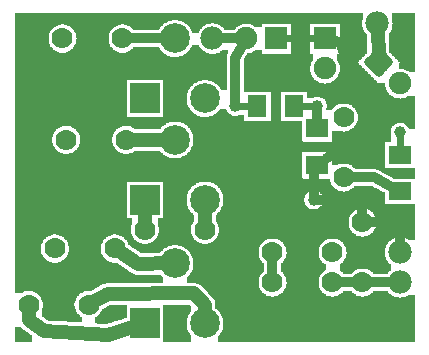
<source format=gbl>
G04 MADE WITH FRITZING*
G04 WWW.FRITZING.ORG*
G04 DOUBLE SIDED*
G04 HOLES PLATED*
G04 CONTOUR ON CENTER OF CONTOUR VECTOR*
%ASAXBY*%
%FSLAX23Y23*%
%MOIN*%
%OFA0B0*%
%SFA1.0B1.0*%
%ADD10C,0.075000*%
%ADD11C,0.078000*%
%ADD12C,0.070000*%
%ADD13C,0.099000*%
%ADD14C,0.039370*%
%ADD15R,0.075000X0.075000*%
%ADD16R,0.099000X0.099000*%
%ADD17R,0.074803X0.062992*%
%ADD18R,0.062992X0.074803*%
%ADD19C,0.048000*%
%ADD20C,0.032000*%
%ADD21C,0.024000*%
%ADD22C,0.020000*%
%LNCOPPER0*%
G90*
G70*
G54D10*
X874Y951D03*
G54D11*
X1323Y239D03*
X1323Y339D03*
G54D12*
X1198Y439D03*
X1198Y239D03*
X898Y239D03*
X1098Y239D03*
X1098Y339D03*
X898Y339D03*
G54D10*
X1073Y1052D03*
X1073Y952D03*
X911Y1052D03*
X811Y1052D03*
G54D13*
X673Y514D03*
X473Y514D03*
X573Y714D03*
X673Y102D03*
X473Y102D03*
X573Y302D03*
X673Y852D03*
X473Y852D03*
X573Y1052D03*
G54D12*
X198Y1052D03*
X398Y1052D03*
X1136Y589D03*
X1136Y789D03*
X211Y714D03*
X411Y714D03*
X173Y352D03*
X373Y352D03*
X473Y414D03*
X673Y414D03*
X86Y164D03*
X286Y164D03*
G54D10*
X1252Y972D03*
X1323Y902D03*
G54D11*
X1248Y1102D03*
G54D14*
X1048Y827D03*
X773Y827D03*
X1036Y514D03*
X1323Y739D03*
G54D11*
X698Y1052D03*
G54D15*
X1073Y1052D03*
X911Y1052D03*
G54D16*
X473Y514D03*
X473Y102D03*
X473Y852D03*
G54D17*
X1048Y630D03*
X1048Y752D03*
G54D18*
X970Y827D03*
X848Y827D03*
G54D17*
X1323Y542D03*
X1323Y664D03*
G54D19*
X349Y64D02*
X454Y96D01*
D02*
X86Y114D02*
X136Y77D01*
D02*
X136Y77D02*
X349Y64D01*
D02*
X86Y149D02*
X86Y114D01*
D02*
X349Y201D02*
X635Y202D01*
D02*
X673Y163D02*
X673Y122D01*
D02*
X635Y202D02*
X673Y163D01*
D02*
X299Y172D02*
X349Y201D01*
D02*
X473Y429D02*
X473Y494D01*
D02*
X673Y429D02*
X673Y494D01*
D02*
X449Y301D02*
X553Y302D01*
D02*
X386Y343D02*
X449Y301D01*
D02*
X426Y714D02*
X553Y714D01*
D02*
X1252Y990D02*
X1249Y1083D01*
G54D20*
D02*
X413Y1052D02*
X553Y1052D01*
G54D21*
D02*
X781Y827D02*
X822Y827D01*
D02*
X1040Y827D02*
X996Y827D01*
G54D20*
D02*
X1036Y602D02*
X1037Y604D01*
D02*
X1036Y522D02*
X1036Y602D01*
D02*
X1048Y819D02*
X1048Y778D01*
D02*
X898Y254D02*
X898Y324D01*
D02*
X1173Y515D02*
X1044Y514D01*
D02*
X1198Y489D02*
X1173Y515D01*
D02*
X1198Y454D02*
X1198Y489D01*
D02*
X1183Y239D02*
X1113Y239D01*
D02*
X1235Y590D02*
X1291Y559D01*
D02*
X1151Y589D02*
X1235Y590D01*
D02*
X773Y988D02*
X802Y1037D01*
D02*
X773Y835D02*
X773Y988D01*
G54D21*
D02*
X1323Y731D02*
X1323Y690D01*
G54D20*
D02*
X793Y1052D02*
X717Y1052D01*
G54D21*
D02*
X1056Y1052D02*
X928Y1052D01*
G54D20*
D02*
X1110Y677D02*
X1080Y654D01*
D02*
X1224Y727D02*
X1185Y677D01*
D02*
X1185Y677D02*
X1110Y677D01*
D02*
X1124Y1039D02*
X1223Y764D01*
D02*
X1223Y764D02*
X1224Y727D01*
D02*
X1090Y1048D02*
X1124Y1039D01*
D02*
X1273Y440D02*
X1213Y439D01*
D02*
X1324Y402D02*
X1273Y440D01*
D02*
X1323Y358D02*
X1324Y402D01*
D02*
X1213Y239D02*
X1304Y239D01*
G36*
X1296Y1137D02*
X1296Y1115D01*
X1298Y1115D01*
X1298Y1105D01*
X1300Y1105D01*
X1300Y1099D01*
X1298Y1099D01*
X1298Y1087D01*
X1296Y1087D01*
X1296Y1081D01*
X1294Y1081D01*
X1294Y1077D01*
X1292Y1077D01*
X1292Y1073D01*
X1290Y1073D01*
X1290Y1071D01*
X1288Y1071D01*
X1288Y1069D01*
X1286Y1069D01*
X1286Y1017D01*
X1288Y1017D01*
X1288Y1005D01*
X1290Y1005D01*
X1290Y1003D01*
X1292Y1003D01*
X1292Y1001D01*
X1294Y1001D01*
X1294Y999D01*
X1296Y999D01*
X1296Y997D01*
X1298Y997D01*
X1298Y995D01*
X1300Y995D01*
X1300Y993D01*
X1302Y993D01*
X1302Y991D01*
X1304Y991D01*
X1304Y989D01*
X1306Y989D01*
X1306Y987D01*
X1308Y987D01*
X1308Y985D01*
X1310Y985D01*
X1310Y983D01*
X1312Y983D01*
X1312Y981D01*
X1314Y981D01*
X1314Y979D01*
X1316Y979D01*
X1316Y977D01*
X1318Y977D01*
X1318Y975D01*
X1320Y975D01*
X1320Y973D01*
X1322Y973D01*
X1322Y971D01*
X1320Y971D01*
X1320Y951D01*
X1330Y951D01*
X1330Y949D01*
X1338Y949D01*
X1338Y947D01*
X1344Y947D01*
X1344Y945D01*
X1348Y945D01*
X1348Y943D01*
X1352Y943D01*
X1352Y941D01*
X1372Y941D01*
X1372Y1137D01*
X1296Y1137D01*
G37*
D02*
G36*
X40Y1137D02*
X40Y1113D01*
X582Y1113D01*
X582Y1111D01*
X592Y1111D01*
X592Y1109D01*
X596Y1109D01*
X596Y1107D01*
X602Y1107D01*
X602Y1105D01*
X604Y1105D01*
X604Y1103D01*
X702Y1103D01*
X702Y1101D01*
X1122Y1101D01*
X1122Y1001D01*
X1112Y1001D01*
X1112Y981D01*
X1114Y981D01*
X1114Y977D01*
X1116Y977D01*
X1116Y973D01*
X1118Y973D01*
X1118Y969D01*
X1120Y969D01*
X1120Y963D01*
X1122Y963D01*
X1122Y939D01*
X1120Y939D01*
X1120Y933D01*
X1118Y933D01*
X1118Y929D01*
X1116Y929D01*
X1116Y925D01*
X1114Y925D01*
X1114Y923D01*
X1112Y923D01*
X1112Y919D01*
X1110Y919D01*
X1110Y917D01*
X1108Y917D01*
X1108Y915D01*
X1106Y915D01*
X1106Y913D01*
X1102Y913D01*
X1102Y911D01*
X1100Y911D01*
X1100Y909D01*
X1096Y909D01*
X1096Y907D01*
X1094Y907D01*
X1094Y905D01*
X1086Y905D01*
X1086Y903D01*
X1250Y903D01*
X1250Y905D01*
X1248Y905D01*
X1248Y907D01*
X1246Y907D01*
X1246Y909D01*
X1244Y909D01*
X1244Y911D01*
X1242Y911D01*
X1242Y913D01*
X1240Y913D01*
X1240Y915D01*
X1238Y915D01*
X1238Y917D01*
X1236Y917D01*
X1236Y919D01*
X1234Y919D01*
X1234Y921D01*
X1232Y921D01*
X1232Y923D01*
X1230Y923D01*
X1230Y925D01*
X1228Y925D01*
X1228Y927D01*
X1226Y927D01*
X1226Y929D01*
X1224Y929D01*
X1224Y931D01*
X1222Y931D01*
X1222Y933D01*
X1220Y933D01*
X1220Y935D01*
X1218Y935D01*
X1218Y937D01*
X1216Y937D01*
X1216Y939D01*
X1214Y939D01*
X1214Y941D01*
X1212Y941D01*
X1212Y943D01*
X1210Y943D01*
X1210Y945D01*
X1208Y945D01*
X1208Y947D01*
X1206Y947D01*
X1206Y949D01*
X1204Y949D01*
X1204Y951D01*
X1202Y951D01*
X1202Y953D01*
X1200Y953D01*
X1200Y955D01*
X1198Y955D01*
X1198Y957D01*
X1196Y957D01*
X1196Y959D01*
X1194Y959D01*
X1194Y961D01*
X1192Y961D01*
X1192Y963D01*
X1190Y963D01*
X1190Y965D01*
X1188Y965D01*
X1188Y967D01*
X1186Y967D01*
X1186Y969D01*
X1184Y969D01*
X1184Y971D01*
X1182Y971D01*
X1182Y973D01*
X1184Y973D01*
X1184Y975D01*
X1186Y975D01*
X1186Y977D01*
X1188Y977D01*
X1188Y979D01*
X1190Y979D01*
X1190Y981D01*
X1192Y981D01*
X1192Y983D01*
X1194Y983D01*
X1194Y985D01*
X1196Y985D01*
X1196Y987D01*
X1198Y987D01*
X1198Y989D01*
X1200Y989D01*
X1200Y991D01*
X1202Y991D01*
X1202Y993D01*
X1204Y993D01*
X1204Y995D01*
X1206Y995D01*
X1206Y997D01*
X1208Y997D01*
X1208Y999D01*
X1210Y999D01*
X1210Y1001D01*
X1212Y1001D01*
X1212Y1003D01*
X1214Y1003D01*
X1214Y1065D01*
X1212Y1065D01*
X1212Y1067D01*
X1210Y1067D01*
X1210Y1069D01*
X1208Y1069D01*
X1208Y1071D01*
X1206Y1071D01*
X1206Y1075D01*
X1204Y1075D01*
X1204Y1079D01*
X1202Y1079D01*
X1202Y1081D01*
X1200Y1081D01*
X1200Y1089D01*
X1198Y1089D01*
X1198Y1115D01*
X1200Y1115D01*
X1200Y1137D01*
X40Y1137D01*
G37*
D02*
G36*
X40Y1113D02*
X40Y1099D01*
X402Y1099D01*
X402Y1097D01*
X412Y1097D01*
X412Y1095D01*
X418Y1095D01*
X418Y1093D01*
X422Y1093D01*
X422Y1091D01*
X424Y1091D01*
X424Y1089D01*
X428Y1089D01*
X428Y1087D01*
X430Y1087D01*
X430Y1085D01*
X432Y1085D01*
X432Y1083D01*
X434Y1083D01*
X434Y1081D01*
X436Y1081D01*
X436Y1079D01*
X518Y1079D01*
X518Y1081D01*
X520Y1081D01*
X520Y1083D01*
X522Y1083D01*
X522Y1087D01*
X524Y1087D01*
X524Y1089D01*
X526Y1089D01*
X526Y1091D01*
X528Y1091D01*
X528Y1093D01*
X530Y1093D01*
X530Y1095D01*
X532Y1095D01*
X532Y1097D01*
X534Y1097D01*
X534Y1099D01*
X536Y1099D01*
X536Y1101D01*
X538Y1101D01*
X538Y1103D01*
X542Y1103D01*
X542Y1105D01*
X546Y1105D01*
X546Y1107D01*
X550Y1107D01*
X550Y1109D01*
X556Y1109D01*
X556Y1111D01*
X564Y1111D01*
X564Y1113D01*
X40Y1113D01*
G37*
D02*
G36*
X608Y1103D02*
X608Y1101D01*
X610Y1101D01*
X610Y1099D01*
X614Y1099D01*
X614Y1097D01*
X616Y1097D01*
X616Y1095D01*
X618Y1095D01*
X618Y1093D01*
X620Y1093D01*
X620Y1089D01*
X622Y1089D01*
X622Y1087D01*
X624Y1087D01*
X624Y1085D01*
X626Y1085D01*
X626Y1081D01*
X628Y1081D01*
X628Y1077D01*
X630Y1077D01*
X630Y1071D01*
X652Y1071D01*
X652Y1075D01*
X654Y1075D01*
X654Y1077D01*
X656Y1077D01*
X656Y1081D01*
X658Y1081D01*
X658Y1083D01*
X660Y1083D01*
X660Y1085D01*
X662Y1085D01*
X662Y1089D01*
X666Y1089D01*
X666Y1091D01*
X668Y1091D01*
X668Y1093D01*
X670Y1093D01*
X670Y1095D01*
X674Y1095D01*
X674Y1097D01*
X678Y1097D01*
X678Y1099D01*
X684Y1099D01*
X684Y1101D01*
X694Y1101D01*
X694Y1103D01*
X608Y1103D01*
G37*
D02*
G36*
X712Y1101D02*
X712Y1099D01*
X718Y1099D01*
X718Y1097D01*
X722Y1097D01*
X722Y1095D01*
X726Y1095D01*
X726Y1093D01*
X728Y1093D01*
X728Y1091D01*
X730Y1091D01*
X730Y1089D01*
X734Y1089D01*
X734Y1087D01*
X736Y1087D01*
X736Y1083D01*
X738Y1083D01*
X738Y1081D01*
X740Y1081D01*
X740Y1079D01*
X770Y1079D01*
X770Y1081D01*
X772Y1081D01*
X772Y1083D01*
X774Y1083D01*
X774Y1085D01*
X776Y1085D01*
X776Y1087D01*
X778Y1087D01*
X778Y1089D01*
X780Y1089D01*
X780Y1091D01*
X782Y1091D01*
X782Y1093D01*
X786Y1093D01*
X786Y1095D01*
X790Y1095D01*
X790Y1097D01*
X796Y1097D01*
X796Y1099D01*
X802Y1099D01*
X802Y1101D01*
X712Y1101D01*
G37*
D02*
G36*
X818Y1101D02*
X818Y1099D01*
X826Y1099D01*
X826Y1097D01*
X832Y1097D01*
X832Y1095D01*
X836Y1095D01*
X836Y1093D01*
X838Y1093D01*
X838Y1091D01*
X842Y1091D01*
X842Y1089D01*
X862Y1089D01*
X862Y1101D01*
X818Y1101D01*
G37*
D02*
G36*
X960Y1101D02*
X960Y1001D01*
X1024Y1001D01*
X1024Y1101D01*
X960Y1101D01*
G37*
D02*
G36*
X40Y1099D02*
X40Y1005D01*
X186Y1005D01*
X186Y1007D01*
X180Y1007D01*
X180Y1009D01*
X176Y1009D01*
X176Y1011D01*
X172Y1011D01*
X172Y1013D01*
X170Y1013D01*
X170Y1015D01*
X168Y1015D01*
X168Y1017D01*
X166Y1017D01*
X166Y1019D01*
X164Y1019D01*
X164Y1021D01*
X162Y1021D01*
X162Y1023D01*
X160Y1023D01*
X160Y1025D01*
X158Y1025D01*
X158Y1029D01*
X156Y1029D01*
X156Y1033D01*
X154Y1033D01*
X154Y1039D01*
X152Y1039D01*
X152Y1063D01*
X154Y1063D01*
X154Y1069D01*
X156Y1069D01*
X156Y1073D01*
X158Y1073D01*
X158Y1077D01*
X160Y1077D01*
X160Y1079D01*
X162Y1079D01*
X162Y1083D01*
X164Y1083D01*
X164Y1085D01*
X166Y1085D01*
X166Y1087D01*
X170Y1087D01*
X170Y1089D01*
X172Y1089D01*
X172Y1091D01*
X176Y1091D01*
X176Y1093D01*
X178Y1093D01*
X178Y1095D01*
X184Y1095D01*
X184Y1097D01*
X194Y1097D01*
X194Y1099D01*
X40Y1099D01*
G37*
D02*
G36*
X202Y1099D02*
X202Y1097D01*
X212Y1097D01*
X212Y1095D01*
X218Y1095D01*
X218Y1093D01*
X222Y1093D01*
X222Y1091D01*
X224Y1091D01*
X224Y1089D01*
X228Y1089D01*
X228Y1087D01*
X230Y1087D01*
X230Y1085D01*
X232Y1085D01*
X232Y1083D01*
X234Y1083D01*
X234Y1081D01*
X236Y1081D01*
X236Y1077D01*
X238Y1077D01*
X238Y1075D01*
X240Y1075D01*
X240Y1071D01*
X242Y1071D01*
X242Y1065D01*
X244Y1065D01*
X244Y1055D01*
X246Y1055D01*
X246Y1049D01*
X244Y1049D01*
X244Y1039D01*
X242Y1039D01*
X242Y1033D01*
X240Y1033D01*
X240Y1029D01*
X238Y1029D01*
X238Y1025D01*
X236Y1025D01*
X236Y1023D01*
X234Y1023D01*
X234Y1019D01*
X232Y1019D01*
X232Y1017D01*
X228Y1017D01*
X228Y1015D01*
X226Y1015D01*
X226Y1013D01*
X224Y1013D01*
X224Y1011D01*
X220Y1011D01*
X220Y1009D01*
X216Y1009D01*
X216Y1007D01*
X210Y1007D01*
X210Y1005D01*
X386Y1005D01*
X386Y1007D01*
X380Y1007D01*
X380Y1009D01*
X376Y1009D01*
X376Y1011D01*
X372Y1011D01*
X372Y1013D01*
X370Y1013D01*
X370Y1015D01*
X368Y1015D01*
X368Y1017D01*
X366Y1017D01*
X366Y1019D01*
X364Y1019D01*
X364Y1021D01*
X362Y1021D01*
X362Y1023D01*
X360Y1023D01*
X360Y1025D01*
X358Y1025D01*
X358Y1029D01*
X356Y1029D01*
X356Y1033D01*
X354Y1033D01*
X354Y1039D01*
X352Y1039D01*
X352Y1063D01*
X354Y1063D01*
X354Y1069D01*
X356Y1069D01*
X356Y1073D01*
X358Y1073D01*
X358Y1077D01*
X360Y1077D01*
X360Y1079D01*
X362Y1079D01*
X362Y1083D01*
X364Y1083D01*
X364Y1085D01*
X366Y1085D01*
X366Y1087D01*
X370Y1087D01*
X370Y1089D01*
X372Y1089D01*
X372Y1091D01*
X376Y1091D01*
X376Y1093D01*
X378Y1093D01*
X378Y1095D01*
X384Y1095D01*
X384Y1097D01*
X394Y1097D01*
X394Y1099D01*
X202Y1099D01*
G37*
D02*
G36*
X630Y1031D02*
X630Y1025D01*
X628Y1025D01*
X628Y1021D01*
X626Y1021D01*
X626Y1019D01*
X624Y1019D01*
X624Y1015D01*
X622Y1015D01*
X622Y1013D01*
X620Y1013D01*
X620Y1011D01*
X618Y1011D01*
X618Y1009D01*
X616Y1009D01*
X616Y1007D01*
X614Y1007D01*
X614Y1005D01*
X612Y1005D01*
X612Y1003D01*
X610Y1003D01*
X610Y1001D01*
X686Y1001D01*
X686Y1003D01*
X680Y1003D01*
X680Y1005D01*
X676Y1005D01*
X676Y1007D01*
X672Y1007D01*
X672Y1009D01*
X668Y1009D01*
X668Y1011D01*
X666Y1011D01*
X666Y1013D01*
X664Y1013D01*
X664Y1015D01*
X662Y1015D01*
X662Y1017D01*
X660Y1017D01*
X660Y1019D01*
X658Y1019D01*
X658Y1021D01*
X656Y1021D01*
X656Y1025D01*
X654Y1025D01*
X654Y1029D01*
X652Y1029D01*
X652Y1031D01*
X630Y1031D01*
G37*
D02*
G36*
X434Y1023D02*
X434Y1019D01*
X432Y1019D01*
X432Y1017D01*
X428Y1017D01*
X428Y1015D01*
X426Y1015D01*
X426Y1013D01*
X424Y1013D01*
X424Y1011D01*
X420Y1011D01*
X420Y1009D01*
X416Y1009D01*
X416Y1007D01*
X410Y1007D01*
X410Y1005D01*
X532Y1005D01*
X532Y1007D01*
X530Y1007D01*
X530Y1009D01*
X528Y1009D01*
X528Y1011D01*
X526Y1011D01*
X526Y1013D01*
X524Y1013D01*
X524Y1015D01*
X522Y1015D01*
X522Y1019D01*
X520Y1019D01*
X520Y1023D01*
X434Y1023D01*
G37*
D02*
G36*
X842Y1015D02*
X842Y1013D01*
X840Y1013D01*
X840Y1011D01*
X838Y1011D01*
X838Y1009D01*
X834Y1009D01*
X834Y1007D01*
X830Y1007D01*
X830Y1005D01*
X824Y1005D01*
X824Y1003D01*
X814Y1003D01*
X814Y1001D01*
X862Y1001D01*
X862Y1015D01*
X842Y1015D01*
G37*
D02*
G36*
X730Y1013D02*
X730Y1011D01*
X728Y1011D01*
X728Y1009D01*
X724Y1009D01*
X724Y1007D01*
X722Y1007D01*
X722Y1005D01*
X718Y1005D01*
X718Y1003D01*
X710Y1003D01*
X710Y1001D01*
X750Y1001D01*
X750Y1013D01*
X730Y1013D01*
G37*
D02*
G36*
X40Y1005D02*
X40Y1003D01*
X534Y1003D01*
X534Y1005D01*
X40Y1005D01*
G37*
D02*
G36*
X40Y1005D02*
X40Y1003D01*
X534Y1003D01*
X534Y1005D01*
X40Y1005D01*
G37*
D02*
G36*
X40Y1005D02*
X40Y1003D01*
X534Y1003D01*
X534Y1005D01*
X40Y1005D01*
G37*
D02*
G36*
X40Y1003D02*
X40Y989D01*
X570Y989D01*
X570Y991D01*
X558Y991D01*
X558Y993D01*
X550Y993D01*
X550Y995D01*
X546Y995D01*
X546Y997D01*
X542Y997D01*
X542Y999D01*
X540Y999D01*
X540Y1001D01*
X536Y1001D01*
X536Y1003D01*
X40Y1003D01*
G37*
D02*
G36*
X606Y1001D02*
X606Y999D01*
X748Y999D01*
X748Y1001D01*
X606Y1001D01*
G37*
D02*
G36*
X606Y1001D02*
X606Y999D01*
X748Y999D01*
X748Y1001D01*
X606Y1001D01*
G37*
D02*
G36*
X812Y1001D02*
X812Y999D01*
X1034Y999D01*
X1034Y1001D01*
X812Y1001D01*
G37*
D02*
G36*
X812Y1001D02*
X812Y999D01*
X1034Y999D01*
X1034Y1001D01*
X812Y1001D01*
G37*
D02*
G36*
X604Y999D02*
X604Y997D01*
X600Y997D01*
X600Y995D01*
X596Y995D01*
X596Y993D01*
X588Y993D01*
X588Y991D01*
X576Y991D01*
X576Y989D01*
X746Y989D01*
X746Y997D01*
X748Y997D01*
X748Y999D01*
X604Y999D01*
G37*
D02*
G36*
X812Y999D02*
X812Y997D01*
X810Y997D01*
X810Y993D01*
X808Y993D01*
X808Y989D01*
X806Y989D01*
X806Y987D01*
X804Y987D01*
X804Y983D01*
X802Y983D01*
X802Y901D01*
X1070Y901D01*
X1070Y903D01*
X1060Y903D01*
X1060Y905D01*
X1054Y905D01*
X1054Y907D01*
X1050Y907D01*
X1050Y909D01*
X1046Y909D01*
X1046Y911D01*
X1044Y911D01*
X1044Y913D01*
X1040Y913D01*
X1040Y915D01*
X1038Y915D01*
X1038Y917D01*
X1036Y917D01*
X1036Y921D01*
X1034Y921D01*
X1034Y923D01*
X1032Y923D01*
X1032Y925D01*
X1030Y925D01*
X1030Y929D01*
X1028Y929D01*
X1028Y933D01*
X1026Y933D01*
X1026Y941D01*
X1024Y941D01*
X1024Y961D01*
X1026Y961D01*
X1026Y969D01*
X1028Y969D01*
X1028Y973D01*
X1030Y973D01*
X1030Y977D01*
X1032Y977D01*
X1032Y979D01*
X1034Y979D01*
X1034Y999D01*
X812Y999D01*
G37*
D02*
G36*
X40Y989D02*
X40Y987D01*
X746Y987D01*
X746Y989D01*
X40Y989D01*
G37*
D02*
G36*
X40Y989D02*
X40Y987D01*
X746Y987D01*
X746Y989D01*
X40Y989D01*
G37*
D02*
G36*
X40Y987D02*
X40Y913D01*
X682Y913D01*
X682Y911D01*
X692Y911D01*
X692Y909D01*
X696Y909D01*
X696Y907D01*
X702Y907D01*
X702Y905D01*
X704Y905D01*
X704Y903D01*
X708Y903D01*
X708Y901D01*
X710Y901D01*
X710Y899D01*
X714Y899D01*
X714Y897D01*
X716Y897D01*
X716Y895D01*
X718Y895D01*
X718Y893D01*
X720Y893D01*
X720Y889D01*
X722Y889D01*
X722Y887D01*
X724Y887D01*
X724Y885D01*
X726Y885D01*
X726Y881D01*
X746Y881D01*
X746Y987D01*
X40Y987D01*
G37*
D02*
G36*
X40Y913D02*
X40Y789D01*
X412Y789D01*
X412Y913D01*
X40Y913D01*
G37*
D02*
G36*
X534Y913D02*
X534Y789D01*
X670Y789D01*
X670Y791D01*
X658Y791D01*
X658Y793D01*
X650Y793D01*
X650Y795D01*
X646Y795D01*
X646Y797D01*
X642Y797D01*
X642Y799D01*
X640Y799D01*
X640Y801D01*
X636Y801D01*
X636Y803D01*
X634Y803D01*
X634Y805D01*
X632Y805D01*
X632Y807D01*
X630Y807D01*
X630Y809D01*
X628Y809D01*
X628Y811D01*
X626Y811D01*
X626Y813D01*
X624Y813D01*
X624Y815D01*
X622Y815D01*
X622Y819D01*
X620Y819D01*
X620Y823D01*
X618Y823D01*
X618Y827D01*
X616Y827D01*
X616Y831D01*
X614Y831D01*
X614Y839D01*
X612Y839D01*
X612Y863D01*
X614Y863D01*
X614Y871D01*
X616Y871D01*
X616Y877D01*
X618Y877D01*
X618Y881D01*
X620Y881D01*
X620Y883D01*
X622Y883D01*
X622Y887D01*
X624Y887D01*
X624Y889D01*
X626Y889D01*
X626Y891D01*
X628Y891D01*
X628Y893D01*
X630Y893D01*
X630Y895D01*
X632Y895D01*
X632Y897D01*
X634Y897D01*
X634Y899D01*
X636Y899D01*
X636Y901D01*
X638Y901D01*
X638Y903D01*
X642Y903D01*
X642Y905D01*
X646Y905D01*
X646Y907D01*
X650Y907D01*
X650Y909D01*
X656Y909D01*
X656Y911D01*
X664Y911D01*
X664Y913D01*
X534Y913D01*
G37*
D02*
G36*
X1254Y905D02*
X1254Y903D01*
X1274Y903D01*
X1274Y905D01*
X1254Y905D01*
G37*
D02*
G36*
X1078Y903D02*
X1078Y901D01*
X1274Y901D01*
X1274Y903D01*
X1078Y903D01*
G37*
D02*
G36*
X1078Y903D02*
X1078Y901D01*
X1274Y901D01*
X1274Y903D01*
X1078Y903D01*
G37*
D02*
G36*
X802Y901D02*
X802Y899D01*
X1274Y899D01*
X1274Y901D01*
X802Y901D01*
G37*
D02*
G36*
X802Y901D02*
X802Y899D01*
X1274Y899D01*
X1274Y901D01*
X802Y901D01*
G37*
D02*
G36*
X802Y899D02*
X802Y875D01*
X1014Y875D01*
X1014Y857D01*
X1058Y857D01*
X1058Y855D01*
X1064Y855D01*
X1064Y853D01*
X1066Y853D01*
X1066Y851D01*
X1322Y851D01*
X1322Y853D01*
X1310Y853D01*
X1310Y855D01*
X1304Y855D01*
X1304Y857D01*
X1300Y857D01*
X1300Y859D01*
X1296Y859D01*
X1296Y861D01*
X1294Y861D01*
X1294Y863D01*
X1290Y863D01*
X1290Y865D01*
X1288Y865D01*
X1288Y867D01*
X1286Y867D01*
X1286Y869D01*
X1284Y869D01*
X1284Y873D01*
X1282Y873D01*
X1282Y875D01*
X1280Y875D01*
X1280Y879D01*
X1278Y879D01*
X1278Y883D01*
X1276Y883D01*
X1276Y891D01*
X1274Y891D01*
X1274Y899D01*
X802Y899D01*
G37*
D02*
G36*
X892Y875D02*
X892Y777D01*
X926Y777D01*
X926Y875D01*
X892Y875D01*
G37*
D02*
G36*
X1350Y861D02*
X1350Y859D01*
X1346Y859D01*
X1346Y857D01*
X1342Y857D01*
X1342Y855D01*
X1336Y855D01*
X1336Y853D01*
X1326Y853D01*
X1326Y851D01*
X1372Y851D01*
X1372Y861D01*
X1350Y861D01*
G37*
D02*
G36*
X1014Y857D02*
X1014Y853D01*
X1034Y853D01*
X1034Y855D01*
X1038Y855D01*
X1038Y857D01*
X1014Y857D01*
G37*
D02*
G36*
X1068Y851D02*
X1068Y849D01*
X1372Y849D01*
X1372Y851D01*
X1068Y851D01*
G37*
D02*
G36*
X1068Y851D02*
X1068Y849D01*
X1372Y849D01*
X1372Y851D01*
X1068Y851D01*
G37*
D02*
G36*
X1072Y849D02*
X1072Y845D01*
X1074Y845D01*
X1074Y843D01*
X1076Y843D01*
X1076Y839D01*
X1078Y839D01*
X1078Y835D01*
X1148Y835D01*
X1148Y833D01*
X1154Y833D01*
X1154Y831D01*
X1158Y831D01*
X1158Y829D01*
X1162Y829D01*
X1162Y827D01*
X1164Y827D01*
X1164Y825D01*
X1166Y825D01*
X1166Y823D01*
X1168Y823D01*
X1168Y821D01*
X1170Y821D01*
X1170Y819D01*
X1172Y819D01*
X1172Y817D01*
X1174Y817D01*
X1174Y815D01*
X1176Y815D01*
X1176Y811D01*
X1178Y811D01*
X1178Y807D01*
X1180Y807D01*
X1180Y801D01*
X1182Y801D01*
X1182Y777D01*
X1180Y777D01*
X1180Y771D01*
X1328Y771D01*
X1328Y769D01*
X1336Y769D01*
X1336Y767D01*
X1340Y767D01*
X1340Y765D01*
X1342Y765D01*
X1342Y763D01*
X1344Y763D01*
X1344Y761D01*
X1346Y761D01*
X1346Y759D01*
X1348Y759D01*
X1348Y757D01*
X1350Y757D01*
X1350Y753D01*
X1352Y753D01*
X1352Y749D01*
X1372Y749D01*
X1372Y849D01*
X1072Y849D01*
G37*
D02*
G36*
X1078Y835D02*
X1078Y833D01*
X1080Y833D01*
X1080Y819D01*
X1078Y819D01*
X1078Y815D01*
X1098Y815D01*
X1098Y817D01*
X1100Y817D01*
X1100Y821D01*
X1102Y821D01*
X1102Y823D01*
X1104Y823D01*
X1104Y825D01*
X1108Y825D01*
X1108Y827D01*
X1110Y827D01*
X1110Y829D01*
X1114Y829D01*
X1114Y831D01*
X1118Y831D01*
X1118Y833D01*
X1124Y833D01*
X1124Y835D01*
X1078Y835D01*
G37*
D02*
G36*
X724Y817D02*
X724Y815D01*
X722Y815D01*
X722Y813D01*
X720Y813D01*
X720Y811D01*
X718Y811D01*
X718Y809D01*
X716Y809D01*
X716Y807D01*
X714Y807D01*
X714Y805D01*
X712Y805D01*
X712Y803D01*
X710Y803D01*
X710Y801D01*
X706Y801D01*
X706Y799D01*
X704Y799D01*
X704Y797D01*
X700Y797D01*
X700Y795D01*
X764Y795D01*
X764Y797D01*
X760Y797D01*
X760Y799D01*
X756Y799D01*
X756Y801D01*
X754Y801D01*
X754Y803D01*
X750Y803D01*
X750Y807D01*
X748Y807D01*
X748Y809D01*
X746Y809D01*
X746Y813D01*
X744Y813D01*
X744Y817D01*
X724Y817D01*
G37*
D02*
G36*
X782Y797D02*
X782Y795D01*
X804Y795D01*
X804Y797D01*
X782Y797D01*
G37*
D02*
G36*
X696Y795D02*
X696Y793D01*
X804Y793D01*
X804Y795D01*
X696Y795D01*
G37*
D02*
G36*
X696Y795D02*
X696Y793D01*
X804Y793D01*
X804Y795D01*
X696Y795D01*
G37*
D02*
G36*
X688Y793D02*
X688Y791D01*
X676Y791D01*
X676Y789D01*
X804Y789D01*
X804Y793D01*
X688Y793D01*
G37*
D02*
G36*
X40Y789D02*
X40Y787D01*
X804Y787D01*
X804Y789D01*
X40Y789D01*
G37*
D02*
G36*
X40Y789D02*
X40Y787D01*
X804Y787D01*
X804Y789D01*
X40Y789D01*
G37*
D02*
G36*
X40Y789D02*
X40Y787D01*
X804Y787D01*
X804Y789D01*
X40Y789D01*
G37*
D02*
G36*
X40Y787D02*
X40Y777D01*
X804Y777D01*
X804Y787D01*
X40Y787D01*
G37*
D02*
G36*
X40Y777D02*
X40Y775D01*
X998Y775D01*
X998Y777D01*
X40Y777D01*
G37*
D02*
G36*
X40Y777D02*
X40Y775D01*
X998Y775D01*
X998Y777D01*
X40Y777D01*
G37*
D02*
G36*
X40Y775D02*
X40Y761D01*
X418Y761D01*
X418Y759D01*
X426Y759D01*
X426Y757D01*
X430Y757D01*
X430Y755D01*
X434Y755D01*
X434Y753D01*
X438Y753D01*
X438Y751D01*
X440Y751D01*
X440Y749D01*
X524Y749D01*
X524Y751D01*
X526Y751D01*
X526Y755D01*
X528Y755D01*
X528Y757D01*
X530Y757D01*
X530Y759D01*
X532Y759D01*
X532Y761D01*
X536Y761D01*
X536Y763D01*
X538Y763D01*
X538Y765D01*
X542Y765D01*
X542Y767D01*
X544Y767D01*
X544Y769D01*
X548Y769D01*
X548Y771D01*
X554Y771D01*
X554Y773D01*
X562Y773D01*
X562Y775D01*
X40Y775D01*
G37*
D02*
G36*
X584Y775D02*
X584Y773D01*
X592Y773D01*
X592Y771D01*
X598Y771D01*
X598Y769D01*
X602Y769D01*
X602Y767D01*
X606Y767D01*
X606Y765D01*
X608Y765D01*
X608Y763D01*
X612Y763D01*
X612Y761D01*
X614Y761D01*
X614Y759D01*
X616Y759D01*
X616Y757D01*
X618Y757D01*
X618Y755D01*
X620Y755D01*
X620Y753D01*
X622Y753D01*
X622Y749D01*
X624Y749D01*
X624Y747D01*
X626Y747D01*
X626Y743D01*
X628Y743D01*
X628Y739D01*
X630Y739D01*
X630Y735D01*
X632Y735D01*
X632Y727D01*
X634Y727D01*
X634Y707D01*
X1000Y707D01*
X1000Y709D01*
X998Y709D01*
X998Y775D01*
X584Y775D01*
G37*
D02*
G36*
X1178Y771D02*
X1178Y767D01*
X1176Y767D01*
X1176Y763D01*
X1174Y763D01*
X1174Y761D01*
X1172Y761D01*
X1172Y759D01*
X1170Y759D01*
X1170Y755D01*
X1168Y755D01*
X1168Y753D01*
X1164Y753D01*
X1164Y751D01*
X1162Y751D01*
X1162Y749D01*
X1158Y749D01*
X1158Y747D01*
X1154Y747D01*
X1154Y745D01*
X1150Y745D01*
X1150Y743D01*
X1140Y743D01*
X1140Y741D01*
X1292Y741D01*
X1292Y747D01*
X1294Y747D01*
X1294Y753D01*
X1296Y753D01*
X1296Y757D01*
X1298Y757D01*
X1298Y759D01*
X1300Y759D01*
X1300Y761D01*
X1302Y761D01*
X1302Y763D01*
X1304Y763D01*
X1304Y765D01*
X1308Y765D01*
X1308Y767D01*
X1312Y767D01*
X1312Y769D01*
X1320Y769D01*
X1320Y771D01*
X1178Y771D01*
G37*
D02*
G36*
X40Y761D02*
X40Y667D01*
X200Y667D01*
X200Y669D01*
X194Y669D01*
X194Y671D01*
X190Y671D01*
X190Y673D01*
X186Y673D01*
X186Y675D01*
X184Y675D01*
X184Y677D01*
X180Y677D01*
X180Y679D01*
X178Y679D01*
X178Y681D01*
X176Y681D01*
X176Y683D01*
X174Y683D01*
X174Y687D01*
X172Y687D01*
X172Y689D01*
X170Y689D01*
X170Y693D01*
X168Y693D01*
X168Y697D01*
X166Y697D01*
X166Y703D01*
X164Y703D01*
X164Y725D01*
X166Y725D01*
X166Y731D01*
X168Y731D01*
X168Y735D01*
X170Y735D01*
X170Y739D01*
X172Y739D01*
X172Y741D01*
X174Y741D01*
X174Y743D01*
X176Y743D01*
X176Y747D01*
X178Y747D01*
X178Y749D01*
X182Y749D01*
X182Y751D01*
X184Y751D01*
X184Y753D01*
X186Y753D01*
X186Y755D01*
X190Y755D01*
X190Y757D01*
X196Y757D01*
X196Y759D01*
X202Y759D01*
X202Y761D01*
X40Y761D01*
G37*
D02*
G36*
X218Y761D02*
X218Y759D01*
X226Y759D01*
X226Y757D01*
X230Y757D01*
X230Y755D01*
X234Y755D01*
X234Y753D01*
X238Y753D01*
X238Y751D01*
X240Y751D01*
X240Y749D01*
X242Y749D01*
X242Y747D01*
X244Y747D01*
X244Y745D01*
X246Y745D01*
X246Y743D01*
X248Y743D01*
X248Y741D01*
X250Y741D01*
X250Y737D01*
X252Y737D01*
X252Y733D01*
X254Y733D01*
X254Y729D01*
X256Y729D01*
X256Y721D01*
X258Y721D01*
X258Y707D01*
X256Y707D01*
X256Y699D01*
X254Y699D01*
X254Y693D01*
X252Y693D01*
X252Y691D01*
X250Y691D01*
X250Y687D01*
X248Y687D01*
X248Y685D01*
X246Y685D01*
X246Y681D01*
X244Y681D01*
X244Y679D01*
X240Y679D01*
X240Y677D01*
X238Y677D01*
X238Y675D01*
X236Y675D01*
X236Y673D01*
X232Y673D01*
X232Y671D01*
X228Y671D01*
X228Y669D01*
X220Y669D01*
X220Y667D01*
X400Y667D01*
X400Y669D01*
X394Y669D01*
X394Y671D01*
X390Y671D01*
X390Y673D01*
X386Y673D01*
X386Y675D01*
X384Y675D01*
X384Y677D01*
X380Y677D01*
X380Y679D01*
X378Y679D01*
X378Y681D01*
X376Y681D01*
X376Y683D01*
X374Y683D01*
X374Y687D01*
X372Y687D01*
X372Y689D01*
X370Y689D01*
X370Y693D01*
X368Y693D01*
X368Y697D01*
X366Y697D01*
X366Y703D01*
X364Y703D01*
X364Y725D01*
X366Y725D01*
X366Y731D01*
X368Y731D01*
X368Y735D01*
X370Y735D01*
X370Y739D01*
X372Y739D01*
X372Y741D01*
X374Y741D01*
X374Y743D01*
X376Y743D01*
X376Y747D01*
X378Y747D01*
X378Y749D01*
X382Y749D01*
X382Y751D01*
X384Y751D01*
X384Y753D01*
X386Y753D01*
X386Y755D01*
X390Y755D01*
X390Y757D01*
X396Y757D01*
X396Y759D01*
X402Y759D01*
X402Y761D01*
X218Y761D01*
G37*
D02*
G36*
X1098Y745D02*
X1098Y741D01*
X1132Y741D01*
X1132Y743D01*
X1122Y743D01*
X1122Y745D01*
X1098Y745D01*
G37*
D02*
G36*
X1098Y741D02*
X1098Y739D01*
X1292Y739D01*
X1292Y741D01*
X1098Y741D01*
G37*
D02*
G36*
X1098Y741D02*
X1098Y739D01*
X1292Y739D01*
X1292Y741D01*
X1098Y741D01*
G37*
D02*
G36*
X1098Y739D02*
X1098Y709D01*
X1096Y709D01*
X1096Y707D01*
X1294Y707D01*
X1294Y729D01*
X1292Y729D01*
X1292Y739D01*
X1098Y739D01*
G37*
D02*
G36*
X634Y707D02*
X634Y705D01*
X1274Y705D01*
X1274Y707D01*
X634Y707D01*
G37*
D02*
G36*
X634Y707D02*
X634Y705D01*
X1274Y705D01*
X1274Y707D01*
X634Y707D01*
G37*
D02*
G36*
X634Y705D02*
X634Y701D01*
X632Y701D01*
X632Y693D01*
X630Y693D01*
X630Y689D01*
X628Y689D01*
X628Y685D01*
X626Y685D01*
X626Y681D01*
X624Y681D01*
X624Y679D01*
X622Y679D01*
X622Y675D01*
X620Y675D01*
X620Y673D01*
X1098Y673D01*
X1098Y635D01*
X1148Y635D01*
X1148Y633D01*
X1154Y633D01*
X1154Y631D01*
X1158Y631D01*
X1158Y629D01*
X1162Y629D01*
X1162Y627D01*
X1164Y627D01*
X1164Y625D01*
X1166Y625D01*
X1166Y623D01*
X1168Y623D01*
X1168Y621D01*
X1170Y621D01*
X1170Y619D01*
X1172Y619D01*
X1172Y617D01*
X1244Y617D01*
X1244Y615D01*
X1248Y615D01*
X1248Y613D01*
X1252Y613D01*
X1252Y611D01*
X1256Y611D01*
X1256Y609D01*
X1260Y609D01*
X1260Y607D01*
X1264Y607D01*
X1264Y605D01*
X1268Y605D01*
X1268Y603D01*
X1270Y603D01*
X1270Y601D01*
X1274Y601D01*
X1274Y599D01*
X1278Y599D01*
X1278Y597D01*
X1282Y597D01*
X1282Y595D01*
X1286Y595D01*
X1286Y593D01*
X1290Y593D01*
X1290Y591D01*
X1292Y591D01*
X1292Y589D01*
X1296Y589D01*
X1296Y587D01*
X1300Y587D01*
X1300Y585D01*
X1372Y585D01*
X1372Y621D01*
X1274Y621D01*
X1274Y705D01*
X634Y705D01*
G37*
D02*
G36*
X438Y677D02*
X438Y675D01*
X436Y675D01*
X436Y673D01*
X432Y673D01*
X432Y671D01*
X428Y671D01*
X428Y669D01*
X420Y669D01*
X420Y667D01*
X532Y667D01*
X532Y669D01*
X530Y669D01*
X530Y671D01*
X528Y671D01*
X528Y673D01*
X526Y673D01*
X526Y675D01*
X524Y675D01*
X524Y677D01*
X438Y677D01*
G37*
D02*
G36*
X618Y673D02*
X618Y671D01*
X616Y671D01*
X616Y669D01*
X614Y669D01*
X614Y667D01*
X612Y667D01*
X612Y665D01*
X610Y665D01*
X610Y663D01*
X606Y663D01*
X606Y661D01*
X602Y661D01*
X602Y659D01*
X598Y659D01*
X598Y657D01*
X594Y657D01*
X594Y655D01*
X586Y655D01*
X586Y653D01*
X998Y653D01*
X998Y673D01*
X618Y673D01*
G37*
D02*
G36*
X40Y667D02*
X40Y665D01*
X534Y665D01*
X534Y667D01*
X40Y667D01*
G37*
D02*
G36*
X40Y667D02*
X40Y665D01*
X534Y665D01*
X534Y667D01*
X40Y667D01*
G37*
D02*
G36*
X40Y667D02*
X40Y665D01*
X534Y665D01*
X534Y667D01*
X40Y667D01*
G37*
D02*
G36*
X40Y665D02*
X40Y653D01*
X560Y653D01*
X560Y655D01*
X552Y655D01*
X552Y657D01*
X548Y657D01*
X548Y659D01*
X544Y659D01*
X544Y661D01*
X540Y661D01*
X540Y663D01*
X538Y663D01*
X538Y665D01*
X40Y665D01*
G37*
D02*
G36*
X40Y653D02*
X40Y651D01*
X998Y651D01*
X998Y653D01*
X40Y653D01*
G37*
D02*
G36*
X40Y653D02*
X40Y651D01*
X998Y651D01*
X998Y653D01*
X40Y653D01*
G37*
D02*
G36*
X40Y651D02*
X40Y575D01*
X684Y575D01*
X684Y573D01*
X692Y573D01*
X692Y571D01*
X698Y571D01*
X698Y569D01*
X702Y569D01*
X702Y567D01*
X706Y567D01*
X706Y565D01*
X708Y565D01*
X708Y563D01*
X712Y563D01*
X712Y561D01*
X714Y561D01*
X714Y559D01*
X716Y559D01*
X716Y557D01*
X718Y557D01*
X718Y555D01*
X720Y555D01*
X720Y553D01*
X722Y553D01*
X722Y549D01*
X724Y549D01*
X724Y547D01*
X726Y547D01*
X726Y545D01*
X1044Y545D01*
X1044Y543D01*
X1050Y543D01*
X1050Y541D01*
X1132Y541D01*
X1132Y543D01*
X1122Y543D01*
X1122Y545D01*
X1116Y545D01*
X1116Y547D01*
X1112Y547D01*
X1112Y549D01*
X1110Y549D01*
X1110Y551D01*
X1106Y551D01*
X1106Y553D01*
X1104Y553D01*
X1104Y555D01*
X1102Y555D01*
X1102Y557D01*
X1100Y557D01*
X1100Y559D01*
X1098Y559D01*
X1098Y563D01*
X1096Y563D01*
X1096Y565D01*
X1094Y565D01*
X1094Y569D01*
X1092Y569D01*
X1092Y575D01*
X1090Y575D01*
X1090Y585D01*
X1000Y585D01*
X1000Y587D01*
X998Y587D01*
X998Y651D01*
X40Y651D01*
G37*
D02*
G36*
X1098Y635D02*
X1098Y631D01*
X1118Y631D01*
X1118Y633D01*
X1124Y633D01*
X1124Y635D01*
X1098Y635D01*
G37*
D02*
G36*
X40Y575D02*
X40Y399D01*
X378Y399D01*
X378Y397D01*
X386Y397D01*
X386Y395D01*
X392Y395D01*
X392Y393D01*
X396Y393D01*
X396Y391D01*
X400Y391D01*
X400Y389D01*
X402Y389D01*
X402Y387D01*
X404Y387D01*
X404Y385D01*
X406Y385D01*
X406Y383D01*
X408Y383D01*
X408Y381D01*
X410Y381D01*
X410Y379D01*
X412Y379D01*
X412Y375D01*
X414Y375D01*
X414Y373D01*
X416Y373D01*
X416Y367D01*
X464Y367D01*
X464Y369D01*
X456Y369D01*
X456Y371D01*
X452Y371D01*
X452Y373D01*
X448Y373D01*
X448Y375D01*
X446Y375D01*
X446Y377D01*
X444Y377D01*
X444Y379D01*
X440Y379D01*
X440Y381D01*
X438Y381D01*
X438Y385D01*
X436Y385D01*
X436Y387D01*
X434Y387D01*
X434Y389D01*
X432Y389D01*
X432Y393D01*
X430Y393D01*
X430Y399D01*
X428Y399D01*
X428Y405D01*
X426Y405D01*
X426Y421D01*
X428Y421D01*
X428Y429D01*
X430Y429D01*
X430Y453D01*
X412Y453D01*
X412Y575D01*
X40Y575D01*
G37*
D02*
G36*
X534Y575D02*
X534Y453D01*
X516Y453D01*
X516Y431D01*
X518Y431D01*
X518Y423D01*
X520Y423D01*
X520Y405D01*
X518Y405D01*
X518Y397D01*
X516Y397D01*
X516Y393D01*
X514Y393D01*
X514Y389D01*
X512Y389D01*
X512Y387D01*
X510Y387D01*
X510Y383D01*
X508Y383D01*
X508Y381D01*
X506Y381D01*
X506Y379D01*
X504Y379D01*
X504Y377D01*
X500Y377D01*
X500Y375D01*
X498Y375D01*
X498Y373D01*
X494Y373D01*
X494Y371D01*
X490Y371D01*
X490Y369D01*
X484Y369D01*
X484Y367D01*
X664Y367D01*
X664Y369D01*
X656Y369D01*
X656Y371D01*
X652Y371D01*
X652Y373D01*
X648Y373D01*
X648Y375D01*
X646Y375D01*
X646Y377D01*
X644Y377D01*
X644Y379D01*
X640Y379D01*
X640Y381D01*
X638Y381D01*
X638Y385D01*
X636Y385D01*
X636Y387D01*
X634Y387D01*
X634Y389D01*
X632Y389D01*
X632Y393D01*
X630Y393D01*
X630Y399D01*
X628Y399D01*
X628Y405D01*
X626Y405D01*
X626Y421D01*
X628Y421D01*
X628Y429D01*
X630Y429D01*
X630Y435D01*
X632Y435D01*
X632Y437D01*
X634Y437D01*
X634Y441D01*
X636Y441D01*
X636Y443D01*
X638Y443D01*
X638Y465D01*
X634Y465D01*
X634Y467D01*
X632Y467D01*
X632Y469D01*
X630Y469D01*
X630Y471D01*
X628Y471D01*
X628Y473D01*
X626Y473D01*
X626Y475D01*
X624Y475D01*
X624Y479D01*
X622Y479D01*
X622Y481D01*
X620Y481D01*
X620Y485D01*
X618Y485D01*
X618Y489D01*
X616Y489D01*
X616Y495D01*
X614Y495D01*
X614Y501D01*
X612Y501D01*
X612Y525D01*
X614Y525D01*
X614Y533D01*
X616Y533D01*
X616Y539D01*
X618Y539D01*
X618Y543D01*
X620Y543D01*
X620Y547D01*
X622Y547D01*
X622Y549D01*
X624Y549D01*
X624Y551D01*
X626Y551D01*
X626Y555D01*
X628Y555D01*
X628Y557D01*
X630Y557D01*
X630Y559D01*
X632Y559D01*
X632Y561D01*
X636Y561D01*
X636Y563D01*
X638Y563D01*
X638Y565D01*
X642Y565D01*
X642Y567D01*
X644Y567D01*
X644Y569D01*
X648Y569D01*
X648Y571D01*
X654Y571D01*
X654Y573D01*
X662Y573D01*
X662Y575D01*
X534Y575D01*
G37*
D02*
G36*
X1172Y561D02*
X1172Y559D01*
X1170Y559D01*
X1170Y555D01*
X1168Y555D01*
X1168Y553D01*
X1164Y553D01*
X1164Y551D01*
X1162Y551D01*
X1162Y549D01*
X1158Y549D01*
X1158Y547D01*
X1154Y547D01*
X1154Y545D01*
X1150Y545D01*
X1150Y543D01*
X1140Y543D01*
X1140Y541D01*
X1264Y541D01*
X1264Y543D01*
X1260Y543D01*
X1260Y545D01*
X1256Y545D01*
X1256Y547D01*
X1252Y547D01*
X1252Y549D01*
X1250Y549D01*
X1250Y551D01*
X1246Y551D01*
X1246Y553D01*
X1242Y553D01*
X1242Y555D01*
X1238Y555D01*
X1238Y557D01*
X1234Y557D01*
X1234Y559D01*
X1230Y559D01*
X1230Y561D01*
X1172Y561D01*
G37*
D02*
G36*
X726Y545D02*
X726Y543D01*
X728Y543D01*
X728Y539D01*
X730Y539D01*
X730Y535D01*
X732Y535D01*
X732Y527D01*
X734Y527D01*
X734Y501D01*
X732Y501D01*
X732Y493D01*
X730Y493D01*
X730Y489D01*
X728Y489D01*
X728Y485D01*
X726Y485D01*
X726Y483D01*
X1026Y483D01*
X1026Y485D01*
X1020Y485D01*
X1020Y487D01*
X1018Y487D01*
X1018Y489D01*
X1014Y489D01*
X1014Y491D01*
X1012Y491D01*
X1012Y495D01*
X1010Y495D01*
X1010Y497D01*
X1008Y497D01*
X1008Y501D01*
X1006Y501D01*
X1006Y507D01*
X1004Y507D01*
X1004Y521D01*
X1006Y521D01*
X1006Y527D01*
X1008Y527D01*
X1008Y531D01*
X1010Y531D01*
X1010Y533D01*
X1012Y533D01*
X1012Y535D01*
X1014Y535D01*
X1014Y537D01*
X1016Y537D01*
X1016Y539D01*
X1018Y539D01*
X1018Y541D01*
X1022Y541D01*
X1022Y543D01*
X1026Y543D01*
X1026Y545D01*
X726Y545D01*
G37*
D02*
G36*
X1054Y541D02*
X1054Y539D01*
X1268Y539D01*
X1268Y541D01*
X1054Y541D01*
G37*
D02*
G36*
X1054Y541D02*
X1054Y539D01*
X1268Y539D01*
X1268Y541D01*
X1054Y541D01*
G37*
D02*
G36*
X1056Y539D02*
X1056Y537D01*
X1058Y537D01*
X1058Y535D01*
X1060Y535D01*
X1060Y533D01*
X1062Y533D01*
X1062Y529D01*
X1064Y529D01*
X1064Y525D01*
X1066Y525D01*
X1066Y517D01*
X1068Y517D01*
X1068Y511D01*
X1066Y511D01*
X1066Y501D01*
X1064Y501D01*
X1064Y499D01*
X1062Y499D01*
X1062Y495D01*
X1060Y495D01*
X1060Y493D01*
X1058Y493D01*
X1058Y491D01*
X1056Y491D01*
X1056Y489D01*
X1054Y489D01*
X1054Y487D01*
X1050Y487D01*
X1050Y485D01*
X1210Y485D01*
X1210Y483D01*
X1216Y483D01*
X1216Y481D01*
X1220Y481D01*
X1220Y479D01*
X1224Y479D01*
X1224Y477D01*
X1226Y477D01*
X1226Y475D01*
X1228Y475D01*
X1228Y473D01*
X1232Y473D01*
X1232Y471D01*
X1234Y471D01*
X1234Y467D01*
X1236Y467D01*
X1236Y465D01*
X1238Y465D01*
X1238Y461D01*
X1240Y461D01*
X1240Y457D01*
X1242Y457D01*
X1242Y451D01*
X1244Y451D01*
X1244Y441D01*
X1246Y441D01*
X1246Y435D01*
X1244Y435D01*
X1244Y425D01*
X1242Y425D01*
X1242Y419D01*
X1240Y419D01*
X1240Y417D01*
X1238Y417D01*
X1238Y413D01*
X1236Y413D01*
X1236Y409D01*
X1234Y409D01*
X1234Y407D01*
X1232Y407D01*
X1232Y405D01*
X1230Y405D01*
X1230Y403D01*
X1228Y403D01*
X1228Y401D01*
X1224Y401D01*
X1224Y399D01*
X1222Y399D01*
X1222Y397D01*
X1218Y397D01*
X1218Y395D01*
X1212Y395D01*
X1212Y393D01*
X1202Y393D01*
X1202Y391D01*
X1372Y391D01*
X1372Y499D01*
X1274Y499D01*
X1274Y537D01*
X1272Y537D01*
X1272Y539D01*
X1056Y539D01*
G37*
D02*
G36*
X1046Y485D02*
X1046Y483D01*
X1186Y483D01*
X1186Y485D01*
X1046Y485D01*
G37*
D02*
G36*
X726Y483D02*
X726Y481D01*
X1180Y481D01*
X1180Y483D01*
X726Y483D01*
G37*
D02*
G36*
X726Y483D02*
X726Y481D01*
X1180Y481D01*
X1180Y483D01*
X726Y483D01*
G37*
D02*
G36*
X724Y481D02*
X724Y479D01*
X722Y479D01*
X722Y475D01*
X720Y475D01*
X720Y473D01*
X718Y473D01*
X718Y471D01*
X716Y471D01*
X716Y469D01*
X714Y469D01*
X714Y467D01*
X712Y467D01*
X712Y465D01*
X710Y465D01*
X710Y441D01*
X712Y441D01*
X712Y439D01*
X714Y439D01*
X714Y435D01*
X716Y435D01*
X716Y431D01*
X718Y431D01*
X718Y423D01*
X720Y423D01*
X720Y405D01*
X718Y405D01*
X718Y397D01*
X716Y397D01*
X716Y393D01*
X714Y393D01*
X714Y391D01*
X1194Y391D01*
X1194Y393D01*
X1184Y393D01*
X1184Y395D01*
X1178Y395D01*
X1178Y397D01*
X1176Y397D01*
X1176Y399D01*
X1172Y399D01*
X1172Y401D01*
X1170Y401D01*
X1170Y403D01*
X1166Y403D01*
X1166Y405D01*
X1164Y405D01*
X1164Y407D01*
X1162Y407D01*
X1162Y411D01*
X1160Y411D01*
X1160Y413D01*
X1158Y413D01*
X1158Y417D01*
X1156Y417D01*
X1156Y421D01*
X1154Y421D01*
X1154Y427D01*
X1152Y427D01*
X1152Y451D01*
X1154Y451D01*
X1154Y457D01*
X1156Y457D01*
X1156Y461D01*
X1158Y461D01*
X1158Y465D01*
X1160Y465D01*
X1160Y467D01*
X1162Y467D01*
X1162Y469D01*
X1164Y469D01*
X1164Y471D01*
X1166Y471D01*
X1166Y473D01*
X1168Y473D01*
X1168Y475D01*
X1170Y475D01*
X1170Y477D01*
X1172Y477D01*
X1172Y479D01*
X1176Y479D01*
X1176Y481D01*
X724Y481D01*
G37*
D02*
G36*
X40Y399D02*
X40Y305D01*
X162Y305D01*
X162Y307D01*
X154Y307D01*
X154Y309D01*
X152Y309D01*
X152Y311D01*
X148Y311D01*
X148Y313D01*
X144Y313D01*
X144Y315D01*
X142Y315D01*
X142Y317D01*
X140Y317D01*
X140Y319D01*
X138Y319D01*
X138Y321D01*
X136Y321D01*
X136Y325D01*
X134Y325D01*
X134Y327D01*
X132Y327D01*
X132Y331D01*
X130Y331D01*
X130Y335D01*
X128Y335D01*
X128Y343D01*
X126Y343D01*
X126Y359D01*
X128Y359D01*
X128Y367D01*
X130Y367D01*
X130Y371D01*
X132Y371D01*
X132Y375D01*
X134Y375D01*
X134Y379D01*
X136Y379D01*
X136Y381D01*
X138Y381D01*
X138Y383D01*
X140Y383D01*
X140Y385D01*
X142Y385D01*
X142Y387D01*
X144Y387D01*
X144Y389D01*
X146Y389D01*
X146Y391D01*
X150Y391D01*
X150Y393D01*
X154Y393D01*
X154Y395D01*
X160Y395D01*
X160Y397D01*
X168Y397D01*
X168Y399D01*
X40Y399D01*
G37*
D02*
G36*
X178Y399D02*
X178Y397D01*
X186Y397D01*
X186Y395D01*
X192Y395D01*
X192Y393D01*
X196Y393D01*
X196Y391D01*
X200Y391D01*
X200Y389D01*
X202Y389D01*
X202Y387D01*
X204Y387D01*
X204Y385D01*
X206Y385D01*
X206Y383D01*
X208Y383D01*
X208Y381D01*
X210Y381D01*
X210Y379D01*
X212Y379D01*
X212Y375D01*
X214Y375D01*
X214Y373D01*
X216Y373D01*
X216Y367D01*
X218Y367D01*
X218Y361D01*
X220Y361D01*
X220Y341D01*
X218Y341D01*
X218Y335D01*
X216Y335D01*
X216Y331D01*
X214Y331D01*
X214Y327D01*
X212Y327D01*
X212Y323D01*
X210Y323D01*
X210Y321D01*
X208Y321D01*
X208Y319D01*
X206Y319D01*
X206Y317D01*
X204Y317D01*
X204Y315D01*
X202Y315D01*
X202Y313D01*
X198Y313D01*
X198Y311D01*
X196Y311D01*
X196Y309D01*
X192Y309D01*
X192Y307D01*
X184Y307D01*
X184Y305D01*
X362Y305D01*
X362Y307D01*
X354Y307D01*
X354Y309D01*
X352Y309D01*
X352Y311D01*
X348Y311D01*
X348Y313D01*
X344Y313D01*
X344Y315D01*
X342Y315D01*
X342Y317D01*
X340Y317D01*
X340Y319D01*
X338Y319D01*
X338Y321D01*
X336Y321D01*
X336Y325D01*
X334Y325D01*
X334Y327D01*
X332Y327D01*
X332Y331D01*
X330Y331D01*
X330Y335D01*
X328Y335D01*
X328Y343D01*
X326Y343D01*
X326Y359D01*
X328Y359D01*
X328Y367D01*
X330Y367D01*
X330Y371D01*
X332Y371D01*
X332Y375D01*
X334Y375D01*
X334Y379D01*
X336Y379D01*
X336Y381D01*
X338Y381D01*
X338Y383D01*
X340Y383D01*
X340Y385D01*
X342Y385D01*
X342Y387D01*
X344Y387D01*
X344Y389D01*
X346Y389D01*
X346Y391D01*
X350Y391D01*
X350Y393D01*
X354Y393D01*
X354Y395D01*
X360Y395D01*
X360Y397D01*
X368Y397D01*
X368Y399D01*
X178Y399D01*
G37*
D02*
G36*
X714Y391D02*
X714Y389D01*
X1372Y389D01*
X1372Y391D01*
X714Y391D01*
G37*
D02*
G36*
X714Y391D02*
X714Y389D01*
X1372Y389D01*
X1372Y391D01*
X714Y391D01*
G37*
D02*
G36*
X712Y389D02*
X712Y387D01*
X710Y387D01*
X710Y385D01*
X1110Y385D01*
X1110Y383D01*
X1116Y383D01*
X1116Y381D01*
X1120Y381D01*
X1120Y379D01*
X1124Y379D01*
X1124Y377D01*
X1126Y377D01*
X1126Y375D01*
X1128Y375D01*
X1128Y373D01*
X1132Y373D01*
X1132Y371D01*
X1134Y371D01*
X1134Y367D01*
X1136Y367D01*
X1136Y365D01*
X1138Y365D01*
X1138Y361D01*
X1140Y361D01*
X1140Y357D01*
X1142Y357D01*
X1142Y351D01*
X1144Y351D01*
X1144Y341D01*
X1146Y341D01*
X1146Y335D01*
X1144Y335D01*
X1144Y325D01*
X1142Y325D01*
X1142Y319D01*
X1140Y319D01*
X1140Y317D01*
X1138Y317D01*
X1138Y313D01*
X1136Y313D01*
X1136Y309D01*
X1134Y309D01*
X1134Y307D01*
X1132Y307D01*
X1132Y305D01*
X1130Y305D01*
X1130Y303D01*
X1128Y303D01*
X1128Y301D01*
X1124Y301D01*
X1124Y299D01*
X1122Y299D01*
X1122Y285D01*
X1210Y285D01*
X1210Y283D01*
X1216Y283D01*
X1216Y281D01*
X1220Y281D01*
X1220Y279D01*
X1224Y279D01*
X1224Y277D01*
X1226Y277D01*
X1226Y275D01*
X1228Y275D01*
X1228Y273D01*
X1232Y273D01*
X1232Y271D01*
X1234Y271D01*
X1234Y267D01*
X1282Y267D01*
X1282Y269D01*
X1284Y269D01*
X1284Y273D01*
X1286Y273D01*
X1286Y275D01*
X1288Y275D01*
X1288Y277D01*
X1292Y277D01*
X1292Y299D01*
X1290Y299D01*
X1290Y301D01*
X1288Y301D01*
X1288Y303D01*
X1286Y303D01*
X1286Y305D01*
X1284Y305D01*
X1284Y307D01*
X1282Y307D01*
X1282Y311D01*
X1280Y311D01*
X1280Y313D01*
X1278Y313D01*
X1278Y317D01*
X1276Y317D01*
X1276Y323D01*
X1274Y323D01*
X1274Y331D01*
X1272Y331D01*
X1272Y347D01*
X1274Y347D01*
X1274Y355D01*
X1276Y355D01*
X1276Y361D01*
X1278Y361D01*
X1278Y363D01*
X1280Y363D01*
X1280Y367D01*
X1282Y367D01*
X1282Y369D01*
X1284Y369D01*
X1284Y373D01*
X1286Y373D01*
X1286Y375D01*
X1288Y375D01*
X1288Y377D01*
X1292Y377D01*
X1292Y379D01*
X1294Y379D01*
X1294Y381D01*
X1296Y381D01*
X1296Y383D01*
X1300Y383D01*
X1300Y385D01*
X1304Y385D01*
X1304Y387D01*
X1310Y387D01*
X1310Y389D01*
X712Y389D01*
G37*
D02*
G36*
X1336Y389D02*
X1336Y387D01*
X1342Y387D01*
X1342Y385D01*
X1346Y385D01*
X1346Y383D01*
X1350Y383D01*
X1350Y381D01*
X1352Y381D01*
X1352Y379D01*
X1372Y379D01*
X1372Y389D01*
X1336Y389D01*
G37*
D02*
G36*
X710Y385D02*
X710Y383D01*
X708Y383D01*
X708Y381D01*
X706Y381D01*
X706Y379D01*
X704Y379D01*
X704Y377D01*
X700Y377D01*
X700Y375D01*
X698Y375D01*
X698Y373D01*
X694Y373D01*
X694Y371D01*
X690Y371D01*
X690Y369D01*
X684Y369D01*
X684Y367D01*
X862Y367D01*
X862Y369D01*
X864Y369D01*
X864Y371D01*
X866Y371D01*
X866Y373D01*
X868Y373D01*
X868Y375D01*
X870Y375D01*
X870Y377D01*
X872Y377D01*
X872Y379D01*
X876Y379D01*
X876Y381D01*
X880Y381D01*
X880Y383D01*
X886Y383D01*
X886Y385D01*
X710Y385D01*
G37*
D02*
G36*
X910Y385D02*
X910Y383D01*
X916Y383D01*
X916Y381D01*
X920Y381D01*
X920Y379D01*
X924Y379D01*
X924Y377D01*
X926Y377D01*
X926Y375D01*
X928Y375D01*
X928Y373D01*
X932Y373D01*
X932Y371D01*
X934Y371D01*
X934Y367D01*
X936Y367D01*
X936Y365D01*
X938Y365D01*
X938Y361D01*
X940Y361D01*
X940Y357D01*
X942Y357D01*
X942Y351D01*
X944Y351D01*
X944Y341D01*
X946Y341D01*
X946Y335D01*
X944Y335D01*
X944Y325D01*
X942Y325D01*
X942Y319D01*
X940Y319D01*
X940Y317D01*
X938Y317D01*
X938Y313D01*
X936Y313D01*
X936Y309D01*
X934Y309D01*
X934Y307D01*
X932Y307D01*
X932Y305D01*
X930Y305D01*
X930Y303D01*
X928Y303D01*
X928Y301D01*
X926Y301D01*
X926Y275D01*
X928Y275D01*
X928Y273D01*
X932Y273D01*
X932Y271D01*
X934Y271D01*
X934Y267D01*
X936Y267D01*
X936Y265D01*
X938Y265D01*
X938Y261D01*
X940Y261D01*
X940Y257D01*
X942Y257D01*
X942Y251D01*
X944Y251D01*
X944Y241D01*
X946Y241D01*
X946Y235D01*
X944Y235D01*
X944Y225D01*
X942Y225D01*
X942Y219D01*
X940Y219D01*
X940Y217D01*
X938Y217D01*
X938Y213D01*
X936Y213D01*
X936Y209D01*
X934Y209D01*
X934Y207D01*
X932Y207D01*
X932Y205D01*
X930Y205D01*
X930Y203D01*
X928Y203D01*
X928Y201D01*
X924Y201D01*
X924Y199D01*
X920Y199D01*
X920Y197D01*
X918Y197D01*
X918Y195D01*
X912Y195D01*
X912Y193D01*
X902Y193D01*
X902Y191D01*
X1094Y191D01*
X1094Y193D01*
X1084Y193D01*
X1084Y195D01*
X1078Y195D01*
X1078Y197D01*
X1076Y197D01*
X1076Y199D01*
X1072Y199D01*
X1072Y201D01*
X1070Y201D01*
X1070Y203D01*
X1066Y203D01*
X1066Y205D01*
X1064Y205D01*
X1064Y207D01*
X1062Y207D01*
X1062Y211D01*
X1060Y211D01*
X1060Y213D01*
X1058Y213D01*
X1058Y217D01*
X1056Y217D01*
X1056Y221D01*
X1054Y221D01*
X1054Y227D01*
X1052Y227D01*
X1052Y251D01*
X1054Y251D01*
X1054Y257D01*
X1056Y257D01*
X1056Y261D01*
X1058Y261D01*
X1058Y265D01*
X1060Y265D01*
X1060Y267D01*
X1062Y267D01*
X1062Y269D01*
X1064Y269D01*
X1064Y271D01*
X1066Y271D01*
X1066Y273D01*
X1068Y273D01*
X1068Y275D01*
X1070Y275D01*
X1070Y277D01*
X1072Y277D01*
X1072Y279D01*
X1076Y279D01*
X1076Y299D01*
X1072Y299D01*
X1072Y301D01*
X1070Y301D01*
X1070Y303D01*
X1066Y303D01*
X1066Y305D01*
X1064Y305D01*
X1064Y307D01*
X1062Y307D01*
X1062Y311D01*
X1060Y311D01*
X1060Y313D01*
X1058Y313D01*
X1058Y317D01*
X1056Y317D01*
X1056Y321D01*
X1054Y321D01*
X1054Y327D01*
X1052Y327D01*
X1052Y351D01*
X1054Y351D01*
X1054Y357D01*
X1056Y357D01*
X1056Y361D01*
X1058Y361D01*
X1058Y365D01*
X1060Y365D01*
X1060Y367D01*
X1062Y367D01*
X1062Y369D01*
X1064Y369D01*
X1064Y371D01*
X1066Y371D01*
X1066Y373D01*
X1068Y373D01*
X1068Y375D01*
X1070Y375D01*
X1070Y377D01*
X1072Y377D01*
X1072Y379D01*
X1076Y379D01*
X1076Y381D01*
X1080Y381D01*
X1080Y383D01*
X1086Y383D01*
X1086Y385D01*
X910Y385D01*
G37*
D02*
G36*
X418Y367D02*
X418Y365D01*
X860Y365D01*
X860Y367D01*
X418Y367D01*
G37*
D02*
G36*
X418Y367D02*
X418Y365D01*
X860Y365D01*
X860Y367D01*
X418Y367D01*
G37*
D02*
G36*
X418Y367D02*
X418Y365D01*
X860Y365D01*
X860Y367D01*
X418Y367D01*
G37*
D02*
G36*
X418Y365D02*
X418Y363D01*
X582Y363D01*
X582Y361D01*
X592Y361D01*
X592Y359D01*
X596Y359D01*
X596Y357D01*
X602Y357D01*
X602Y355D01*
X604Y355D01*
X604Y353D01*
X608Y353D01*
X608Y351D01*
X610Y351D01*
X610Y349D01*
X614Y349D01*
X614Y347D01*
X616Y347D01*
X616Y345D01*
X618Y345D01*
X618Y343D01*
X620Y343D01*
X620Y339D01*
X622Y339D01*
X622Y337D01*
X624Y337D01*
X624Y335D01*
X626Y335D01*
X626Y331D01*
X628Y331D01*
X628Y327D01*
X630Y327D01*
X630Y321D01*
X632Y321D01*
X632Y315D01*
X634Y315D01*
X634Y287D01*
X632Y287D01*
X632Y281D01*
X630Y281D01*
X630Y275D01*
X628Y275D01*
X628Y271D01*
X626Y271D01*
X626Y269D01*
X624Y269D01*
X624Y265D01*
X622Y265D01*
X622Y263D01*
X620Y263D01*
X620Y261D01*
X618Y261D01*
X618Y259D01*
X616Y259D01*
X616Y257D01*
X614Y257D01*
X614Y237D01*
X644Y237D01*
X644Y235D01*
X650Y235D01*
X650Y233D01*
X654Y233D01*
X654Y231D01*
X656Y231D01*
X656Y229D01*
X660Y229D01*
X660Y227D01*
X662Y227D01*
X662Y225D01*
X664Y225D01*
X664Y223D01*
X666Y223D01*
X666Y221D01*
X668Y221D01*
X668Y219D01*
X670Y219D01*
X670Y217D01*
X672Y217D01*
X672Y215D01*
X674Y215D01*
X674Y213D01*
X676Y213D01*
X676Y211D01*
X678Y211D01*
X678Y209D01*
X680Y209D01*
X680Y207D01*
X682Y207D01*
X682Y205D01*
X684Y205D01*
X684Y201D01*
X686Y201D01*
X686Y199D01*
X688Y199D01*
X688Y197D01*
X690Y197D01*
X690Y195D01*
X692Y195D01*
X692Y193D01*
X694Y193D01*
X694Y191D01*
X894Y191D01*
X894Y193D01*
X884Y193D01*
X884Y195D01*
X878Y195D01*
X878Y197D01*
X876Y197D01*
X876Y199D01*
X872Y199D01*
X872Y201D01*
X870Y201D01*
X870Y203D01*
X866Y203D01*
X866Y205D01*
X864Y205D01*
X864Y207D01*
X862Y207D01*
X862Y211D01*
X860Y211D01*
X860Y213D01*
X858Y213D01*
X858Y217D01*
X856Y217D01*
X856Y221D01*
X854Y221D01*
X854Y227D01*
X852Y227D01*
X852Y251D01*
X854Y251D01*
X854Y257D01*
X856Y257D01*
X856Y261D01*
X858Y261D01*
X858Y265D01*
X860Y265D01*
X860Y267D01*
X862Y267D01*
X862Y269D01*
X864Y269D01*
X864Y271D01*
X866Y271D01*
X866Y273D01*
X868Y273D01*
X868Y275D01*
X870Y275D01*
X870Y303D01*
X866Y303D01*
X866Y305D01*
X864Y305D01*
X864Y307D01*
X862Y307D01*
X862Y311D01*
X860Y311D01*
X860Y313D01*
X858Y313D01*
X858Y317D01*
X856Y317D01*
X856Y321D01*
X854Y321D01*
X854Y327D01*
X852Y327D01*
X852Y351D01*
X854Y351D01*
X854Y357D01*
X856Y357D01*
X856Y361D01*
X858Y361D01*
X858Y365D01*
X418Y365D01*
G37*
D02*
G36*
X422Y363D02*
X422Y361D01*
X424Y361D01*
X424Y359D01*
X428Y359D01*
X428Y357D01*
X430Y357D01*
X430Y355D01*
X434Y355D01*
X434Y353D01*
X436Y353D01*
X436Y351D01*
X440Y351D01*
X440Y349D01*
X442Y349D01*
X442Y347D01*
X446Y347D01*
X446Y345D01*
X448Y345D01*
X448Y343D01*
X452Y343D01*
X452Y341D01*
X454Y341D01*
X454Y339D01*
X458Y339D01*
X458Y337D01*
X524Y337D01*
X524Y339D01*
X526Y339D01*
X526Y341D01*
X528Y341D01*
X528Y343D01*
X530Y343D01*
X530Y345D01*
X532Y345D01*
X532Y347D01*
X534Y347D01*
X534Y349D01*
X536Y349D01*
X536Y351D01*
X538Y351D01*
X538Y353D01*
X542Y353D01*
X542Y355D01*
X546Y355D01*
X546Y357D01*
X550Y357D01*
X550Y359D01*
X556Y359D01*
X556Y361D01*
X564Y361D01*
X564Y363D01*
X422Y363D01*
G37*
D02*
G36*
X40Y305D02*
X40Y303D01*
X380Y303D01*
X380Y305D01*
X40Y305D01*
G37*
D02*
G36*
X40Y305D02*
X40Y303D01*
X380Y303D01*
X380Y305D01*
X40Y305D01*
G37*
D02*
G36*
X40Y303D02*
X40Y211D01*
X94Y211D01*
X94Y209D01*
X100Y209D01*
X100Y207D01*
X106Y207D01*
X106Y205D01*
X110Y205D01*
X110Y203D01*
X112Y203D01*
X112Y201D01*
X116Y201D01*
X116Y199D01*
X118Y199D01*
X118Y197D01*
X120Y197D01*
X120Y195D01*
X122Y195D01*
X122Y191D01*
X124Y191D01*
X124Y189D01*
X126Y189D01*
X126Y185D01*
X128Y185D01*
X128Y181D01*
X130Y181D01*
X130Y175D01*
X132Y175D01*
X132Y153D01*
X130Y153D01*
X130Y125D01*
X132Y125D01*
X132Y123D01*
X136Y123D01*
X136Y121D01*
X138Y121D01*
X138Y119D01*
X140Y119D01*
X140Y117D01*
X144Y117D01*
X144Y115D01*
X146Y115D01*
X146Y113D01*
X150Y113D01*
X150Y111D01*
X182Y111D01*
X182Y109D01*
X214Y109D01*
X214Y107D01*
X262Y107D01*
X262Y125D01*
X258Y125D01*
X258Y127D01*
X256Y127D01*
X256Y129D01*
X254Y129D01*
X254Y131D01*
X252Y131D01*
X252Y133D01*
X250Y133D01*
X250Y135D01*
X248Y135D01*
X248Y137D01*
X246Y137D01*
X246Y141D01*
X244Y141D01*
X244Y145D01*
X242Y145D01*
X242Y151D01*
X240Y151D01*
X240Y159D01*
X238Y159D01*
X238Y169D01*
X240Y169D01*
X240Y177D01*
X242Y177D01*
X242Y183D01*
X244Y183D01*
X244Y187D01*
X246Y187D01*
X246Y191D01*
X248Y191D01*
X248Y193D01*
X250Y193D01*
X250Y195D01*
X252Y195D01*
X252Y197D01*
X254Y197D01*
X254Y199D01*
X256Y199D01*
X256Y201D01*
X258Y201D01*
X258Y203D01*
X262Y203D01*
X262Y205D01*
X266Y205D01*
X266Y207D01*
X270Y207D01*
X270Y209D01*
X278Y209D01*
X278Y211D01*
X296Y211D01*
X296Y213D01*
X300Y213D01*
X300Y215D01*
X304Y215D01*
X304Y217D01*
X306Y217D01*
X306Y219D01*
X310Y219D01*
X310Y221D01*
X314Y221D01*
X314Y223D01*
X318Y223D01*
X318Y225D01*
X320Y225D01*
X320Y227D01*
X324Y227D01*
X324Y229D01*
X328Y229D01*
X328Y231D01*
X330Y231D01*
X330Y233D01*
X334Y233D01*
X334Y235D01*
X342Y235D01*
X342Y237D01*
X532Y237D01*
X532Y257D01*
X530Y257D01*
X530Y259D01*
X528Y259D01*
X528Y261D01*
X526Y261D01*
X526Y263D01*
X524Y263D01*
X524Y265D01*
X440Y265D01*
X440Y267D01*
X434Y267D01*
X434Y269D01*
X430Y269D01*
X430Y271D01*
X426Y271D01*
X426Y273D01*
X424Y273D01*
X424Y275D01*
X420Y275D01*
X420Y277D01*
X418Y277D01*
X418Y279D01*
X414Y279D01*
X414Y281D01*
X412Y281D01*
X412Y283D01*
X408Y283D01*
X408Y285D01*
X406Y285D01*
X406Y287D01*
X404Y287D01*
X404Y289D01*
X400Y289D01*
X400Y291D01*
X398Y291D01*
X398Y293D01*
X394Y293D01*
X394Y295D01*
X392Y295D01*
X392Y297D01*
X388Y297D01*
X388Y299D01*
X386Y299D01*
X386Y301D01*
X382Y301D01*
X382Y303D01*
X40Y303D01*
G37*
D02*
G36*
X1122Y285D02*
X1122Y279D01*
X1124Y279D01*
X1124Y277D01*
X1126Y277D01*
X1126Y275D01*
X1128Y275D01*
X1128Y273D01*
X1132Y273D01*
X1132Y271D01*
X1134Y271D01*
X1134Y267D01*
X1162Y267D01*
X1162Y269D01*
X1164Y269D01*
X1164Y271D01*
X1166Y271D01*
X1166Y273D01*
X1168Y273D01*
X1168Y275D01*
X1170Y275D01*
X1170Y277D01*
X1172Y277D01*
X1172Y279D01*
X1176Y279D01*
X1176Y281D01*
X1180Y281D01*
X1180Y283D01*
X1186Y283D01*
X1186Y285D01*
X1122Y285D01*
G37*
D02*
G36*
X40Y211D02*
X40Y203D01*
X62Y203D01*
X62Y205D01*
X66Y205D01*
X66Y207D01*
X70Y207D01*
X70Y209D01*
X78Y209D01*
X78Y211D01*
X40Y211D01*
G37*
D02*
G36*
X1136Y211D02*
X1136Y209D01*
X1134Y209D01*
X1134Y207D01*
X1132Y207D01*
X1132Y205D01*
X1130Y205D01*
X1130Y203D01*
X1128Y203D01*
X1128Y201D01*
X1124Y201D01*
X1124Y199D01*
X1120Y199D01*
X1120Y197D01*
X1118Y197D01*
X1118Y195D01*
X1112Y195D01*
X1112Y193D01*
X1102Y193D01*
X1102Y191D01*
X1194Y191D01*
X1194Y193D01*
X1184Y193D01*
X1184Y195D01*
X1178Y195D01*
X1178Y197D01*
X1176Y197D01*
X1176Y199D01*
X1172Y199D01*
X1172Y201D01*
X1170Y201D01*
X1170Y203D01*
X1166Y203D01*
X1166Y205D01*
X1164Y205D01*
X1164Y207D01*
X1162Y207D01*
X1162Y211D01*
X1136Y211D01*
G37*
D02*
G36*
X1236Y211D02*
X1236Y209D01*
X1234Y209D01*
X1234Y207D01*
X1232Y207D01*
X1232Y205D01*
X1230Y205D01*
X1230Y203D01*
X1228Y203D01*
X1228Y201D01*
X1224Y201D01*
X1224Y199D01*
X1222Y199D01*
X1222Y197D01*
X1218Y197D01*
X1218Y195D01*
X1212Y195D01*
X1212Y193D01*
X1202Y193D01*
X1202Y191D01*
X1302Y191D01*
X1302Y193D01*
X1300Y193D01*
X1300Y195D01*
X1296Y195D01*
X1296Y197D01*
X1292Y197D01*
X1292Y199D01*
X1290Y199D01*
X1290Y201D01*
X1288Y201D01*
X1288Y203D01*
X1286Y203D01*
X1286Y205D01*
X1284Y205D01*
X1284Y207D01*
X1282Y207D01*
X1282Y211D01*
X1236Y211D01*
G37*
D02*
G36*
X1350Y197D02*
X1350Y195D01*
X1348Y195D01*
X1348Y193D01*
X1344Y193D01*
X1344Y191D01*
X1338Y191D01*
X1338Y189D01*
X1326Y189D01*
X1326Y187D01*
X1372Y187D01*
X1372Y197D01*
X1350Y197D01*
G37*
D02*
G36*
X696Y191D02*
X696Y189D01*
X1308Y189D01*
X1308Y191D01*
X696Y191D01*
G37*
D02*
G36*
X696Y191D02*
X696Y189D01*
X1308Y189D01*
X1308Y191D01*
X696Y191D01*
G37*
D02*
G36*
X696Y191D02*
X696Y189D01*
X1308Y189D01*
X1308Y191D01*
X696Y191D01*
G37*
D02*
G36*
X696Y191D02*
X696Y189D01*
X1308Y189D01*
X1308Y191D01*
X696Y191D01*
G37*
D02*
G36*
X698Y189D02*
X698Y187D01*
X1320Y187D01*
X1320Y189D01*
X698Y189D01*
G37*
D02*
G36*
X700Y187D02*
X700Y185D01*
X1372Y185D01*
X1372Y187D01*
X700Y187D01*
G37*
D02*
G36*
X700Y187D02*
X700Y185D01*
X1372Y185D01*
X1372Y187D01*
X700Y187D01*
G37*
D02*
G36*
X702Y185D02*
X702Y183D01*
X704Y183D01*
X704Y179D01*
X706Y179D01*
X706Y175D01*
X708Y175D01*
X708Y151D01*
X710Y151D01*
X710Y149D01*
X714Y149D01*
X714Y147D01*
X716Y147D01*
X716Y145D01*
X718Y145D01*
X718Y143D01*
X720Y143D01*
X720Y139D01*
X722Y139D01*
X722Y137D01*
X724Y137D01*
X724Y135D01*
X726Y135D01*
X726Y131D01*
X728Y131D01*
X728Y127D01*
X730Y127D01*
X730Y121D01*
X732Y121D01*
X732Y115D01*
X734Y115D01*
X734Y87D01*
X732Y87D01*
X732Y81D01*
X730Y81D01*
X730Y75D01*
X728Y75D01*
X728Y71D01*
X726Y71D01*
X726Y69D01*
X724Y69D01*
X724Y65D01*
X722Y65D01*
X722Y63D01*
X720Y63D01*
X720Y61D01*
X718Y61D01*
X718Y41D01*
X1372Y41D01*
X1372Y185D01*
X702Y185D01*
G37*
D02*
G36*
X358Y165D02*
X358Y163D01*
X354Y163D01*
X354Y161D01*
X350Y161D01*
X350Y159D01*
X346Y159D01*
X346Y157D01*
X344Y157D01*
X344Y155D01*
X340Y155D01*
X340Y153D01*
X336Y153D01*
X336Y151D01*
X334Y151D01*
X334Y149D01*
X330Y149D01*
X330Y145D01*
X328Y145D01*
X328Y141D01*
X326Y141D01*
X326Y139D01*
X324Y139D01*
X324Y135D01*
X322Y135D01*
X322Y133D01*
X320Y133D01*
X320Y131D01*
X318Y131D01*
X318Y129D01*
X316Y129D01*
X316Y127D01*
X314Y127D01*
X314Y125D01*
X310Y125D01*
X310Y123D01*
X306Y123D01*
X306Y103D01*
X314Y103D01*
X314Y101D01*
X350Y101D01*
X350Y103D01*
X358Y103D01*
X358Y105D01*
X364Y105D01*
X364Y107D01*
X370Y107D01*
X370Y109D01*
X378Y109D01*
X378Y111D01*
X384Y111D01*
X384Y113D01*
X390Y113D01*
X390Y115D01*
X398Y115D01*
X398Y117D01*
X404Y117D01*
X404Y119D01*
X410Y119D01*
X410Y121D01*
X412Y121D01*
X412Y165D01*
X358Y165D01*
G37*
D02*
G36*
X534Y165D02*
X534Y41D01*
X628Y41D01*
X628Y61D01*
X626Y61D01*
X626Y63D01*
X624Y63D01*
X624Y65D01*
X622Y65D01*
X622Y69D01*
X620Y69D01*
X620Y73D01*
X618Y73D01*
X618Y77D01*
X616Y77D01*
X616Y81D01*
X614Y81D01*
X614Y89D01*
X612Y89D01*
X612Y113D01*
X614Y113D01*
X614Y121D01*
X616Y121D01*
X616Y127D01*
X618Y127D01*
X618Y131D01*
X620Y131D01*
X620Y133D01*
X622Y133D01*
X622Y137D01*
X624Y137D01*
X624Y139D01*
X626Y139D01*
X626Y161D01*
X624Y161D01*
X624Y163D01*
X622Y163D01*
X622Y165D01*
X534Y165D01*
G37*
D02*
G36*
X40Y89D02*
X40Y41D01*
X98Y41D01*
X98Y61D01*
X96Y61D01*
X96Y63D01*
X92Y63D01*
X92Y65D01*
X90Y65D01*
X90Y67D01*
X86Y67D01*
X86Y69D01*
X84Y69D01*
X84Y71D01*
X82Y71D01*
X82Y73D01*
X78Y73D01*
X78Y75D01*
X76Y75D01*
X76Y77D01*
X74Y77D01*
X74Y79D01*
X70Y79D01*
X70Y81D01*
X68Y81D01*
X68Y83D01*
X66Y83D01*
X66Y85D01*
X62Y85D01*
X62Y87D01*
X60Y87D01*
X60Y89D01*
X40Y89D01*
G37*
D02*
G54D22*
X1291Y972D02*
X1252Y934D01*
X1214Y972D01*
X1252Y1011D01*
X1291Y972D01*
D02*
G04 End of Copper0*
M02*
</source>
